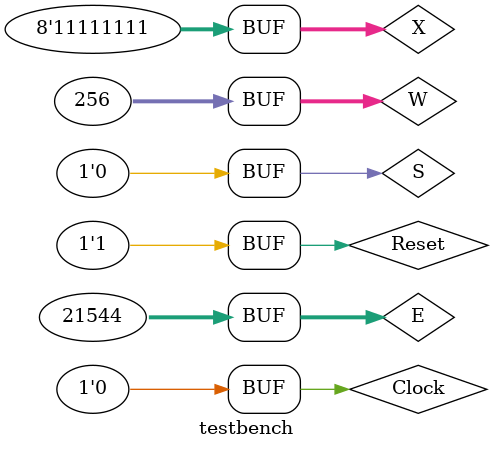
<source format=sv>
`timescale 1 ns / 1ns

module testbench;
  
 reg Clock; 
 reg Reset; 
 reg S; 
 reg [7:0] X; 
 reg [7:0] sqrt;
 integer W,E;
  
  Int_SQRT_Calculator intt(Clock, Reset, S, X, sqrt);
  
  initial begin 
    $dumpfile("dump.vcd");
    $dumpvars(1);
    Clock=0;
    Reset =0;
    S=0;
    X=0;
    #20 Reset=1;
    for(W=1; W<256 ;W=W+1)
      begin     
        #20 S=1;
         X=W;
        #400;
         S=0;
      end
    end
      
  initial begin 
    for(E=0; E<21544 ;E=E+1)
      begin
      #5  Clock <= ~ Clock;
      end
  end
  
 initial begin 
   $monitor ("X=%d, sqrt=%d",X,sqrt );
  end
   
endmodule


</source>
